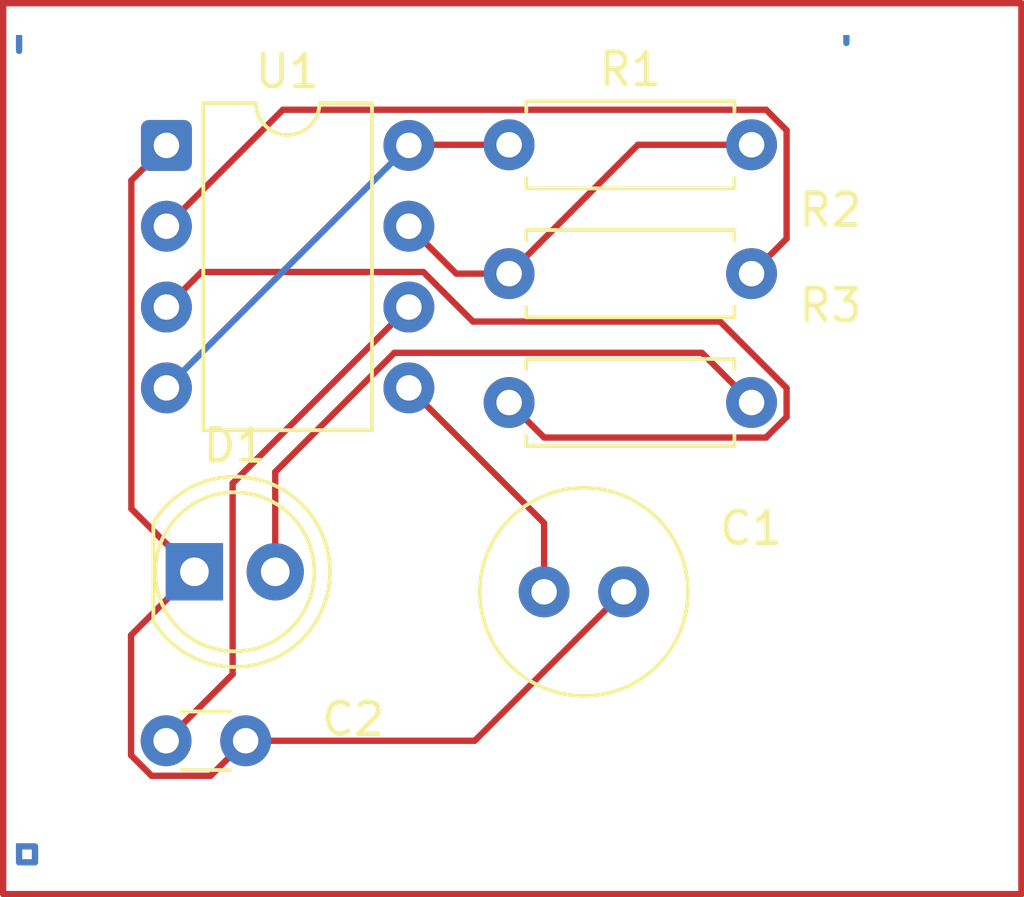
<source format=kicad_pcb>
(kicad_pcb (version 20241229) (generator "pcbnew") (generator_version "9.0")
  (layers (0 "F.Cu" signal) (2 "B.Cu" signal) (13 "F.Paste" user) (15 "B.Paste" user) (5 "F.SilkS" user "F.Silkscreen") (7 "B.SilkS" user "B.Silkscreen") (1 "F.Mask" user) (3 "B.Mask" user) (25 "Edge.Cuts" user))
  (net 0 "")
  (net 1 "Net-(U1-CV)")
  (net 2 "GND")
  (net 3 "Net-(U1-THR)")
  (net 4 "Net-(D1-A)")
  (net 5 "+9V")
  (net 6 "Net-(U1-DIS)")
  (net 7 "Net-(U1-TR)")
  (net 8 "Net-(U1-Q)")
  (footprint "LED_THT:LED_D5.0mm" (layer "F.Cu") (at 130.01 83.37)
    (property "Reference" "D1" (at 1.27 -3.96 0) (layer "F.SilkS"))
    (property "Value" "LED")
    (fp_line (start -1.29 -1.545) (end -1.29 1.545) (stroke (width 0.12)) (layer "F.SilkS"))
    (fp_arc (start -1.29 -1.54483) (mid 2.071779 -2.880495) (end 4.26 0) (stroke (width 0.12)) (layer "F.SilkS"))
    (fp_arc (start 4.26 0) (mid 2.071779 2.880495) (end -1.29 1.54483) (stroke (width 0.12)) (layer "F.SilkS"))
    (fp_circle (center 1.27 0) (end 3.77 0) (stroke (width 0.12)) (fill no) (layer "F.SilkS"))
    (pad "1" thru_hole rect (at 0 0) (size 1.8 1.8) (drill 0.9) (layers "*.Cu" "*.Mask") (net 2 "GND"))
    (pad "2" thru_hole circle (at 2.54 0) (size 1.8 1.8) (drill 0.9) (layers "*.Cu" "*.Mask") (net 4 "Net-(D1-A)"))
  )
  (footprint "Resistor_THT:R_Axial_DIN0207_L6.3mm_D2.5mm_P7.62mm_Horizontal" (layer "F.Cu") (at 139.9 74)
    (property "Reference" "R2" (at 10.1 -2 0) (layer "F.SilkS"))
    (property "Value" "R")
    (fp_line (start 0.54 -1.37) (end 7.08 -1.37) (stroke (width 0.12)) (layer "F.SilkS"))
    (fp_line (start 0.54 -1.04) (end 0.54 -1.37) (stroke (width 0.12)) (layer "F.SilkS"))
    (fp_line (start 0.54 1.04) (end 0.54 1.37) (stroke (width 0.12)) (layer "F.SilkS"))
    (fp_line (start 0.54 1.37) (end 7.08 1.37) (stroke (width 0.12)) (layer "F.SilkS"))
    (fp_line (start 7.08 -1.37) (end 7.08 -1.04) (stroke (width 0.12)) (layer "F.SilkS"))
    (fp_line (start 7.08 1.37) (end 7.08 1.04) (stroke (width 0.12)) (layer "F.SilkS"))
    (pad "1" thru_hole circle (at 0 0) (size 1.6 1.6) (drill 0.8) (layers "*.Cu" "*.Mask") (net 6 "Net-(U1-DIS)"))
    (pad "2" thru_hole circle (at 7.62 0) (size 1.6 1.6) (drill 0.8) (layers "*.Cu" "*.Mask") (net 7 "Net-(U1-TR)"))
  )
  (footprint "Package_DIP:DIP-8_W7.62mm" (layer "F.Cu") (at 129.13 69.97)
    (property "Reference" "U1" (at 3.81 -2.33 0) (layer "F.SilkS"))
    (property "Value" "NE555P")
    (fp_line (start 1.16 -1.33) (end 1.16 8.95) (stroke (width 0.12)) (layer "F.SilkS"))
    (fp_line (start 1.16 8.95) (end 6.46 8.95) (stroke (width 0.12)) (layer "F.SilkS"))
    (fp_line (start 2.81 -1.33) (end 1.16 -1.33) (stroke (width 0.12)) (layer "F.SilkS"))
    (fp_line (start 6.46 -1.33) (end 4.81 -1.33) (stroke (width 0.12)) (layer "F.SilkS"))
    (fp_line (start 6.46 8.95) (end 6.46 -1.33) (stroke (width 0.12)) (layer "F.SilkS"))
    (fp_arc (start 4.81 -1.33) (mid 3.81 -0.33) (end 2.81 -1.33) (stroke (width 0.12)) (layer "F.SilkS"))
    (pad "1" thru_hole roundrect (at 0 0) (size 1.6 1.6) (drill 0.8) (layers "*.Cu" "*.Mask") (roundrect_rratio 0.15625) (net 2 "GND"))
    (pad "2" thru_hole circle (at 0 2.54) (size 1.6 1.6) (drill 0.8) (layers "*.Cu" "*.Mask") (net 7 "Net-(U1-TR)"))
    (pad "3" thru_hole circle (at 0 5.08) (size 1.6 1.6) (drill 0.8) (layers "*.Cu" "*.Mask") (net 8 "Net-(U1-Q)"))
    (pad "4" thru_hole circle (at 0 7.62) (size 1.6 1.6) (drill 0.8) (layers "*.Cu" "*.Mask") (net 5 "+9V"))
    (pad "5" thru_hole circle (at 7.62 7.62) (size 1.6 1.6) (drill 0.8) (layers "*.Cu" "*.Mask") (net 1 "Net-(U1-CV)"))
    (pad "6" thru_hole circle (at 7.62 5.08) (size 1.6 1.6) (drill 0.8) (layers "*.Cu" "*.Mask") (net 3 "Net-(U1-THR)"))
    (pad "7" thru_hole circle (at 7.62 2.54) (size 1.6 1.6) (drill 0.8) (layers "*.Cu" "*.Mask") (net 6 "Net-(U1-DIS)"))
    (pad "8" thru_hole circle (at 7.62 0) (size 1.6 1.6) (drill 0.8) (layers "*.Cu" "*.Mask") (net 5 "+9V"))
  )
  (footprint "Resistor_THT:R_Axial_DIN0207_L6.3mm_D2.5mm_P7.62mm_Horizontal" (layer "F.Cu") (at 139.9 69.95)
    (property "Reference" "R1" (at 3.81 -2.37 0) (layer "F.SilkS"))
    (property "Value" "R")
    (fp_line (start 0.54 -1.37) (end 7.08 -1.37) (stroke (width 0.12)) (layer "F.SilkS"))
    (fp_line (start 0.54 -1.04) (end 0.54 -1.37) (stroke (width 0.12)) (layer "F.SilkS"))
    (fp_line (start 0.54 1.04) (end 0.54 1.37) (stroke (width 0.12)) (layer "F.SilkS"))
    (fp_line (start 0.54 1.37) (end 7.08 1.37) (stroke (width 0.12)) (layer "F.SilkS"))
    (fp_line (start 7.08 -1.37) (end 7.08 -1.04) (stroke (width 0.12)) (layer "F.SilkS"))
    (fp_line (start 7.08 1.37) (end 7.08 1.04) (stroke (width 0.12)) (layer "F.SilkS"))
    (pad "1" thru_hole circle (at 0 0) (size 1.6 1.6) (drill 0.8) (layers "*.Cu" "*.Mask") (net 5 "+9V"))
    (pad "2" thru_hole circle (at 7.62 0) (size 1.6 1.6) (drill 0.8) (layers "*.Cu" "*.Mask") (net 6 "Net-(U1-DIS)"))
  )
  (footprint "Capacitor_THT:C_Disc_D3.0mm_W1.6mm_P2.50mm" (layer "F.Cu") (at 129.12 88.68)
    (property "Reference" "C2" (at 5.88 -0.68 0) (layer "F.SilkS"))
    (property "Value" "C_US")
    (fp_line (start 0.485 -0.92) (end 2.015 -0.92) (stroke (width 0.12)) (layer "F.SilkS"))
    (fp_line (start 0.485 0.92) (end 2.015 0.92) (stroke (width 0.12)) (layer "F.SilkS"))
    (pad "1" thru_hole circle (at 0 0) (size 1.6 1.6) (drill 0.8) (layers "*.Cu" "*.Mask") (net 3 "Net-(U1-THR)"))
    (pad "2" thru_hole circle (at 2.5 0) (size 1.6 1.6) (drill 0.8) (layers "*.Cu" "*.Mask") (net 2 "GND"))
  )
  (footprint "Resistor_THT:R_Axial_DIN0207_L6.3mm_D2.5mm_P7.62mm_Horizontal" (layer "F.Cu") (at 139.9 78.05)
    (property "Reference" "R3" (at 10.1 -3.05 0) (layer "F.SilkS"))
    (property "Value" "R")
    (fp_line (start 0.54 -1.37) (end 7.08 -1.37) (stroke (width 0.12)) (layer "F.SilkS"))
    (fp_line (start 0.54 -1.04) (end 0.54 -1.37) (stroke (width 0.12)) (layer "F.SilkS"))
    (fp_line (start 0.54 1.04) (end 0.54 1.37) (stroke (width 0.12)) (layer "F.SilkS"))
    (fp_line (start 0.54 1.37) (end 7.08 1.37) (stroke (width 0.12)) (layer "F.SilkS"))
    (fp_line (start 7.08 -1.37) (end 7.08 -1.04) (stroke (width 0.12)) (layer "F.SilkS"))
    (fp_line (start 7.08 1.37) (end 7.08 1.04) (stroke (width 0.12)) (layer "F.SilkS"))
    (pad "1" thru_hole circle (at 0 0) (size 1.6 1.6) (drill 0.8) (layers "*.Cu" "*.Mask") (net 8 "Net-(U1-Q)"))
    (pad "2" thru_hole circle (at 7.62 0) (size 1.6 1.6) (drill 0.8) (layers "*.Cu" "*.Mask") (net 4 "Net-(D1-A)"))
  )
  (footprint "Capacitor_THT:C_Radial_D6.3mm_H5.0mm_P2.50mm" (layer "F.Cu") (at 141 84)
    (property "Reference" "C1" (at 6.5 -2 0) (layer "F.SilkS"))
    (property "Value" "C")
    (fp_circle (center 1.25 0) (end 4.52 0) (stroke (width 0.12)) (fill no) (layer "F.SilkS"))
    (pad "1" thru_hole circle (at 0 0) (size 1.6 1.6) (drill 0.8) (layers "*.Cu" "*.Mask") (net 1 "Net-(U1-CV)"))
    (pad "2" thru_hole circle (at 2.5 0) (size 1.6 1.6) (drill 0.8) (layers "*.Cu" "*.Mask") (net 2 "GND"))
  )
  (gr_rect (start 124 65.5) (end 156 93.5) (stroke (width 0.2)) (fill no) (layer "F.Cu"))
  (gr_rect (start 150.5 66.5) (end 150.5 66.75) (stroke (width 0.2)) (fill no) (layer "B.Cu"))
  (gr_rect (start 124.5 92) (end 125 92.5) (stroke (width 0.2)) (fill no) (layer "B.Cu"))
  (gr_rect (start 124.5 66.5) (end 124.5 67) (stroke (width 0.2)) (fill no) (layer "B.Cu"))
  (segment (start 141 81.84) (end 136.75 77.59) (width 0.2) (layer "F.Cu") (net 1))
  (segment (start 141 84) (end 141 81.84) (width 0.2) (layer "F.Cu") (net 1))
  (segment (start 130.01 83.37) (end 128.019 85.361) (width 0.2) (layer "F.Cu") (net 2))
  (segment (start 131.62 88.68) (end 138.82 88.68) (width 0.2) (layer "F.Cu") (net 2))
  (segment (start 138.82 88.68) (end 143.5 84) (width 0.2) (layer "F.Cu") (net 2))
  (segment (start 128.019 89.13605) (end 128.66395 89.781) (width 0.2) (layer "F.Cu") (net 2))
  (segment (start 130.519 89.781) (end 131.62 88.68) (width 0.2) (layer "F.Cu") (net 2))
  (segment (start 128.019 85.361) (end 128.019 89.13605) (width 0.2) (layer "F.Cu") (net 2))
  (segment (start 128.029 71.071) (end 129.13 69.97) (width 0.2) (layer "F.Cu") (net 2))
  (segment (start 128.029 81.389) (end 128.029 71.071) (width 0.2) (layer "F.Cu") (net 2))
  (segment (start 128.66395 89.781) (end 130.519 89.781) (width 0.2) (layer "F.Cu") (net 2))
  (segment (start 130.01 83.37) (end 128.029 81.389) (width 0.2) (layer "F.Cu") (net 2))
  (segment (start 131.211 80.589) (end 131.211 86.589) (width 0.2) (layer "F.Cu") (net 3))
  (segment (start 136.75 75.05) (end 131.211 80.589) (width 0.2) (layer "F.Cu") (net 3))
  (segment (start 131.211 86.589) (end 129.12 88.68) (width 0.2) (layer "F.Cu") (net 3))
  (segment (start 132.55 80.23295) (end 136.29395 76.489) (width 0.2) (layer "F.Cu") (net 4))
  (segment (start 136.29395 76.489) (end 145.959 76.489) (width 0.2) (layer "F.Cu") (net 4))
  (segment (start 145.959 76.489) (end 147.52 78.05) (width 0.2) (layer "F.Cu") (net 4))
  (segment (start 132.55 83.37) (end 132.55 80.23295) (width 0.2) (layer "F.Cu") (net 4))
  (segment (start 139.9 69.95) (end 136.77 69.95) (width 0.2) (layer "F.Cu") (net 5))
  (segment (start 136.77 69.95) (end 136.75 69.97) (width 0.2) (layer "F.Cu") (net 5))
  (segment (start 136.75 69.97) (end 129.13 77.59) (width 0.2) (layer "B.Cu") (net 5))
  (segment (start 143.95 69.95) (end 139.9 74) (width 0.2) (layer "F.Cu") (net 6))
  (segment (start 147.52 69.95) (end 143.95 69.95) (width 0.2) (layer "F.Cu") (net 6))
  (segment (start 138.24 74) (end 136.75 72.51) (width 0.2) (layer "F.Cu") (net 6))
  (segment (start 139.9 74) (end 138.24 74) (width 0.2) (layer "F.Cu") (net 6))
  (segment (start 132.791 68.849) (end 129.13 72.51) (width 0.2) (layer "F.Cu") (net 7))
  (segment (start 147.97605 68.849) (end 132.791 68.849) (width 0.2) (layer "F.Cu") (net 7))
  (segment (start 148.621 72.899) (end 148.621 69.49395) (width 0.2) (layer "F.Cu") (net 7))
  (segment (start 147.52 74) (end 148.621 72.899) (width 0.2) (layer "F.Cu") (net 7))
  (segment (start 148.621 69.49395) (end 147.97605 68.849) (width 0.2) (layer "F.Cu") (net 7))
  (segment (start 138.7631 75.50605) (end 137.20605 73.949) (width 0.2) (layer "F.Cu") (net 8))
  (segment (start 137.20605 73.949) (end 130.231 73.949) (width 0.2) (layer "F.Cu") (net 8))
  (segment (start 147.97605 79.151) (end 148.621 78.50605) (width 0.2) (layer "F.Cu") (net 8))
  (segment (start 148.621 78.50605) (end 148.621 77.59395) (width 0.2) (layer "F.Cu") (net 8))
  (segment (start 141.001 79.151) (end 147.97605 79.151) (width 0.2) (layer "F.Cu") (net 8))
  (segment (start 146.5331 75.50605) (end 138.7631 75.50605) (width 0.2) (layer "F.Cu") (net 8))
  (segment (start 130.231 73.949) (end 129.13 75.05) (width 0.2) (layer "F.Cu") (net 8))
  (segment (start 148.621 77.59395) (end 146.5331 75.50605) (width 0.2) (layer "F.Cu") (net 8))
  (segment (start 139.9 78.05) (end 141.001 79.151) (width 0.2) (layer "F.Cu") (net 8))
)
</source>
